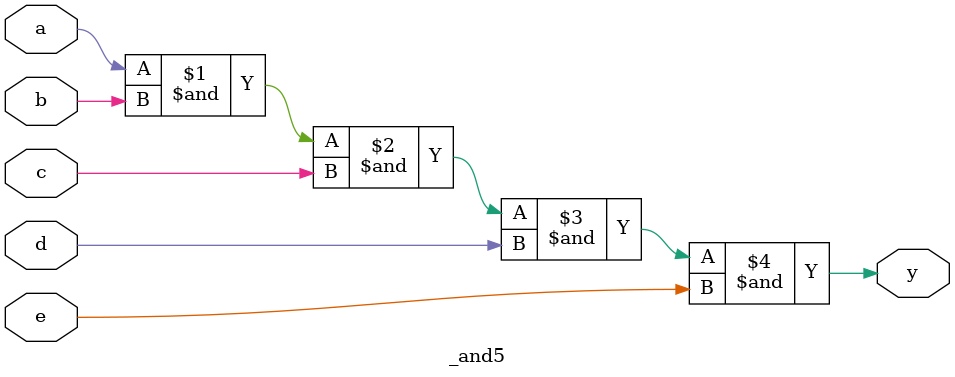
<source format=v>
module _inv (
	input a,
	output y
	);

	assign y = ~a;
endmodule

module _and2 (
	input a, b,
	output y
	);

	assign y = a & b;
endmodule

module _nand2 (
	input a, b,
	output y
	);

	assign y = ~(a & b);
endmodule

module _or2 (
	input a, b,
	output y
	);

	assign y = a | b;
endmodule

module _nor2 (
	input a, b,
	output y
	);

	assign y = ~(a | b);
endmodule

module _xor2 (a, b, y) ;
	input a, b ;
	output y ;

	wire inv_a, inv_b ;
	wire w0, w1 ;
	_inv U0_inv(.a(a), .y(inv_a));
	_inv U1_inv(.a(b), .y(inv_b));
	_and2 U2_and2(.a(inv_a), .b(b), .y(w0));
	_and2 U3_and2(.a(a),.b(inv_b), .y(w1));
	_or2 U4_or2(.a(w0), .b(w1),.y(y));
	
endmodule

module _xnor2 (
	input a, b,
	output y
	);

	assign y = ~( ~a & b |  a & ~b);
endmodule


//3-input gates

module _or3 (
	input a, b, c,
	output y
	);
	assign y = a | b | c ;
endmodule

module _and3(
	input a, b, c,
	output y
	);

	assign y = a & b & c ;
	endmodule

module _xor3 (
	input a, b, c,
	output y
	);

	assign y = ( a & ~b & ~c) | ( ~a & b & ~c) | ( ~a & ~b & c) | a & b & c ;
endmodule
	
//4-input gates
module _or4 (
	input a, b, c, d,
	output y
	);

	assign y = a | b | c | d ;
endmodule

module _and4 (
	input a, b, c, d,
	output y
	);

	assign y = a & b & c & d ;
endmodule

//5-input gates
module _or5 (
	input a, b, c, d, e, 
	output y
	);

	assign y = a | b | c | d | e ;
endmodule

module _and5 (
	input a, b, c, d, e, 
	output y
	);

	assign y = a & b & c & d & e ;
endmodule

</source>
